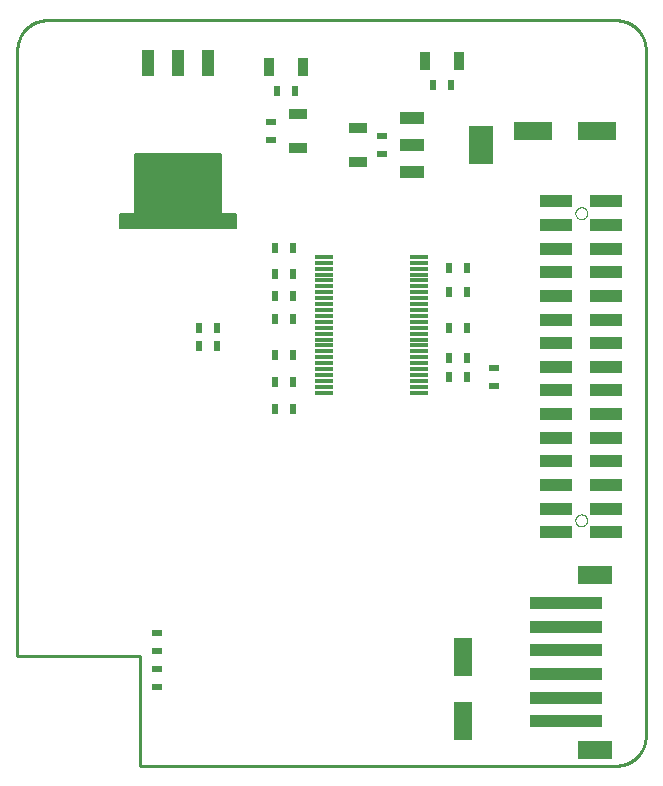
<source format=gtp>
G75*
%MOIN*%
%OFA0B0*%
%FSLAX25Y25*%
%IPPOS*%
%LPD*%
%AMOC8*
5,1,8,0,0,1.08239X$1,22.5*
%
%ADD10C,0.01000*%
%ADD11R,0.02362X0.03543*%
%ADD12R,0.06299X0.03543*%
%ADD13R,0.03543X0.06299*%
%ADD14R,0.03543X0.02362*%
%ADD15R,0.10827X0.03937*%
%ADD16C,0.00000*%
%ADD17R,0.24409X0.03937*%
%ADD18R,0.11811X0.06299*%
%ADD19R,0.05906X0.01181*%
%ADD20R,0.07874X0.04331*%
%ADD21R,0.07874X0.12992*%
%ADD22R,0.12598X0.06299*%
%ADD23R,0.06299X0.12598*%
%ADD24R,0.04200X0.08500*%
%ADD25C,0.00500*%
D10*
X0001500Y0038000D02*
X0042500Y0038000D01*
X0042500Y0001500D01*
X0201000Y0001500D01*
X0201242Y0001503D01*
X0201483Y0001512D01*
X0201724Y0001526D01*
X0201965Y0001547D01*
X0202205Y0001573D01*
X0202445Y0001605D01*
X0202684Y0001643D01*
X0202921Y0001686D01*
X0203158Y0001736D01*
X0203393Y0001791D01*
X0203627Y0001851D01*
X0203859Y0001918D01*
X0204090Y0001989D01*
X0204319Y0002067D01*
X0204546Y0002150D01*
X0204771Y0002238D01*
X0204994Y0002332D01*
X0205214Y0002431D01*
X0205432Y0002536D01*
X0205647Y0002645D01*
X0205860Y0002760D01*
X0206070Y0002880D01*
X0206276Y0003005D01*
X0206480Y0003135D01*
X0206681Y0003270D01*
X0206878Y0003410D01*
X0207072Y0003554D01*
X0207262Y0003703D01*
X0207448Y0003857D01*
X0207631Y0004015D01*
X0207810Y0004177D01*
X0207985Y0004344D01*
X0208156Y0004515D01*
X0208323Y0004690D01*
X0208485Y0004869D01*
X0208643Y0005052D01*
X0208797Y0005238D01*
X0208946Y0005428D01*
X0209090Y0005622D01*
X0209230Y0005819D01*
X0209365Y0006020D01*
X0209495Y0006224D01*
X0209620Y0006430D01*
X0209740Y0006640D01*
X0209855Y0006853D01*
X0209964Y0007068D01*
X0210069Y0007286D01*
X0210168Y0007506D01*
X0210262Y0007729D01*
X0210350Y0007954D01*
X0210433Y0008181D01*
X0210511Y0008410D01*
X0210582Y0008641D01*
X0210649Y0008873D01*
X0210709Y0009107D01*
X0210764Y0009342D01*
X0210814Y0009579D01*
X0210857Y0009816D01*
X0210895Y0010055D01*
X0210927Y0010295D01*
X0210953Y0010535D01*
X0210974Y0010776D01*
X0210988Y0011017D01*
X0210997Y0011258D01*
X0211000Y0011500D01*
X0211000Y0240000D01*
X0210997Y0240242D01*
X0210988Y0240483D01*
X0210974Y0240724D01*
X0210953Y0240965D01*
X0210927Y0241205D01*
X0210895Y0241445D01*
X0210857Y0241684D01*
X0210814Y0241921D01*
X0210764Y0242158D01*
X0210709Y0242393D01*
X0210649Y0242627D01*
X0210582Y0242859D01*
X0210511Y0243090D01*
X0210433Y0243319D01*
X0210350Y0243546D01*
X0210262Y0243771D01*
X0210168Y0243994D01*
X0210069Y0244214D01*
X0209964Y0244432D01*
X0209855Y0244647D01*
X0209740Y0244860D01*
X0209620Y0245070D01*
X0209495Y0245276D01*
X0209365Y0245480D01*
X0209230Y0245681D01*
X0209090Y0245878D01*
X0208946Y0246072D01*
X0208797Y0246262D01*
X0208643Y0246448D01*
X0208485Y0246631D01*
X0208323Y0246810D01*
X0208156Y0246985D01*
X0207985Y0247156D01*
X0207810Y0247323D01*
X0207631Y0247485D01*
X0207448Y0247643D01*
X0207262Y0247797D01*
X0207072Y0247946D01*
X0206878Y0248090D01*
X0206681Y0248230D01*
X0206480Y0248365D01*
X0206276Y0248495D01*
X0206070Y0248620D01*
X0205860Y0248740D01*
X0205647Y0248855D01*
X0205432Y0248964D01*
X0205214Y0249069D01*
X0204994Y0249168D01*
X0204771Y0249262D01*
X0204546Y0249350D01*
X0204319Y0249433D01*
X0204090Y0249511D01*
X0203859Y0249582D01*
X0203627Y0249649D01*
X0203393Y0249709D01*
X0203158Y0249764D01*
X0202921Y0249814D01*
X0202684Y0249857D01*
X0202445Y0249895D01*
X0202205Y0249927D01*
X0201965Y0249953D01*
X0201724Y0249974D01*
X0201483Y0249988D01*
X0201242Y0249997D01*
X0201000Y0250000D01*
X0011500Y0250000D01*
X0011258Y0249997D01*
X0011017Y0249988D01*
X0010776Y0249974D01*
X0010535Y0249953D01*
X0010295Y0249927D01*
X0010055Y0249895D01*
X0009816Y0249857D01*
X0009579Y0249814D01*
X0009342Y0249764D01*
X0009107Y0249709D01*
X0008873Y0249649D01*
X0008641Y0249582D01*
X0008410Y0249511D01*
X0008181Y0249433D01*
X0007954Y0249350D01*
X0007729Y0249262D01*
X0007506Y0249168D01*
X0007286Y0249069D01*
X0007068Y0248964D01*
X0006853Y0248855D01*
X0006640Y0248740D01*
X0006430Y0248620D01*
X0006224Y0248495D01*
X0006020Y0248365D01*
X0005819Y0248230D01*
X0005622Y0248090D01*
X0005428Y0247946D01*
X0005238Y0247797D01*
X0005052Y0247643D01*
X0004869Y0247485D01*
X0004690Y0247323D01*
X0004515Y0247156D01*
X0004344Y0246985D01*
X0004177Y0246810D01*
X0004015Y0246631D01*
X0003857Y0246448D01*
X0003703Y0246262D01*
X0003554Y0246072D01*
X0003410Y0245878D01*
X0003270Y0245681D01*
X0003135Y0245480D01*
X0003005Y0245276D01*
X0002880Y0245070D01*
X0002760Y0244860D01*
X0002645Y0244647D01*
X0002536Y0244432D01*
X0002431Y0244214D01*
X0002332Y0243994D01*
X0002238Y0243771D01*
X0002150Y0243546D01*
X0002067Y0243319D01*
X0001989Y0243090D01*
X0001918Y0242859D01*
X0001851Y0242627D01*
X0001791Y0242393D01*
X0001736Y0242158D01*
X0001686Y0241921D01*
X0001643Y0241684D01*
X0001605Y0241445D01*
X0001573Y0241205D01*
X0001547Y0240965D01*
X0001526Y0240724D01*
X0001512Y0240483D01*
X0001503Y0240242D01*
X0001500Y0240000D01*
X0001500Y0038000D01*
D11*
X0087547Y0120500D03*
X0093453Y0120500D03*
X0093453Y0129500D03*
X0087547Y0129500D03*
X0087547Y0138500D03*
X0093453Y0138500D03*
X0093453Y0150500D03*
X0087547Y0150500D03*
X0087547Y0158000D03*
X0093453Y0158000D03*
X0093453Y0165500D03*
X0087547Y0165500D03*
X0087547Y0174200D03*
X0093453Y0174200D03*
X0067953Y0147500D03*
X0062047Y0147500D03*
X0062047Y0141500D03*
X0067953Y0141500D03*
X0088047Y0226500D03*
X0093953Y0226500D03*
X0140047Y0228500D03*
X0145953Y0228500D03*
X0145547Y0167500D03*
X0151453Y0167500D03*
X0151453Y0159500D03*
X0145547Y0159500D03*
X0145547Y0147500D03*
X0151453Y0147500D03*
X0151453Y0137500D03*
X0151453Y0131000D03*
X0145547Y0131000D03*
X0145547Y0137500D03*
D12*
X0115000Y0202791D03*
X0115000Y0214209D03*
X0095000Y0218709D03*
X0095000Y0207291D03*
D13*
X0096709Y0234500D03*
X0085291Y0234500D03*
X0137291Y0236500D03*
X0148709Y0236500D03*
D14*
X0123000Y0211453D03*
X0123000Y0205547D03*
X0086000Y0210047D03*
X0086000Y0215953D03*
X0160500Y0133953D03*
X0160500Y0128047D03*
X0048200Y0045753D03*
X0048200Y0039847D03*
X0048200Y0033753D03*
X0048200Y0027847D03*
D15*
X0181134Y0079382D03*
X0181134Y0087256D03*
X0181134Y0095130D03*
X0181134Y0103004D03*
X0181134Y0110878D03*
X0181134Y0118752D03*
X0181134Y0126626D03*
X0181134Y0134500D03*
X0181134Y0142374D03*
X0181134Y0150248D03*
X0181134Y0158122D03*
X0181134Y0165996D03*
X0181134Y0173870D03*
X0181134Y0181744D03*
X0181134Y0189618D03*
X0197866Y0189618D03*
X0197866Y0181744D03*
X0197866Y0173870D03*
X0197866Y0165996D03*
X0197866Y0158122D03*
X0197866Y0150248D03*
X0197866Y0142374D03*
X0197866Y0134500D03*
X0197866Y0126626D03*
X0197866Y0118752D03*
X0197866Y0110878D03*
X0197866Y0103004D03*
X0197866Y0095130D03*
X0197866Y0087256D03*
X0197866Y0079382D03*
D16*
X0187531Y0083319D02*
X0187533Y0083407D01*
X0187539Y0083495D01*
X0187549Y0083583D01*
X0187563Y0083671D01*
X0187580Y0083757D01*
X0187602Y0083843D01*
X0187627Y0083927D01*
X0187657Y0084011D01*
X0187689Y0084093D01*
X0187726Y0084173D01*
X0187766Y0084252D01*
X0187810Y0084329D01*
X0187857Y0084404D01*
X0187907Y0084476D01*
X0187961Y0084547D01*
X0188017Y0084614D01*
X0188077Y0084680D01*
X0188139Y0084742D01*
X0188205Y0084802D01*
X0188272Y0084858D01*
X0188343Y0084912D01*
X0188415Y0084962D01*
X0188490Y0085009D01*
X0188567Y0085053D01*
X0188646Y0085093D01*
X0188726Y0085130D01*
X0188808Y0085162D01*
X0188892Y0085192D01*
X0188976Y0085217D01*
X0189062Y0085239D01*
X0189148Y0085256D01*
X0189236Y0085270D01*
X0189324Y0085280D01*
X0189412Y0085286D01*
X0189500Y0085288D01*
X0189588Y0085286D01*
X0189676Y0085280D01*
X0189764Y0085270D01*
X0189852Y0085256D01*
X0189938Y0085239D01*
X0190024Y0085217D01*
X0190108Y0085192D01*
X0190192Y0085162D01*
X0190274Y0085130D01*
X0190354Y0085093D01*
X0190433Y0085053D01*
X0190510Y0085009D01*
X0190585Y0084962D01*
X0190657Y0084912D01*
X0190728Y0084858D01*
X0190795Y0084802D01*
X0190861Y0084742D01*
X0190923Y0084680D01*
X0190983Y0084614D01*
X0191039Y0084547D01*
X0191093Y0084476D01*
X0191143Y0084404D01*
X0191190Y0084329D01*
X0191234Y0084252D01*
X0191274Y0084173D01*
X0191311Y0084093D01*
X0191343Y0084011D01*
X0191373Y0083927D01*
X0191398Y0083843D01*
X0191420Y0083757D01*
X0191437Y0083671D01*
X0191451Y0083583D01*
X0191461Y0083495D01*
X0191467Y0083407D01*
X0191469Y0083319D01*
X0191467Y0083231D01*
X0191461Y0083143D01*
X0191451Y0083055D01*
X0191437Y0082967D01*
X0191420Y0082881D01*
X0191398Y0082795D01*
X0191373Y0082711D01*
X0191343Y0082627D01*
X0191311Y0082545D01*
X0191274Y0082465D01*
X0191234Y0082386D01*
X0191190Y0082309D01*
X0191143Y0082234D01*
X0191093Y0082162D01*
X0191039Y0082091D01*
X0190983Y0082024D01*
X0190923Y0081958D01*
X0190861Y0081896D01*
X0190795Y0081836D01*
X0190728Y0081780D01*
X0190657Y0081726D01*
X0190585Y0081676D01*
X0190510Y0081629D01*
X0190433Y0081585D01*
X0190354Y0081545D01*
X0190274Y0081508D01*
X0190192Y0081476D01*
X0190108Y0081446D01*
X0190024Y0081421D01*
X0189938Y0081399D01*
X0189852Y0081382D01*
X0189764Y0081368D01*
X0189676Y0081358D01*
X0189588Y0081352D01*
X0189500Y0081350D01*
X0189412Y0081352D01*
X0189324Y0081358D01*
X0189236Y0081368D01*
X0189148Y0081382D01*
X0189062Y0081399D01*
X0188976Y0081421D01*
X0188892Y0081446D01*
X0188808Y0081476D01*
X0188726Y0081508D01*
X0188646Y0081545D01*
X0188567Y0081585D01*
X0188490Y0081629D01*
X0188415Y0081676D01*
X0188343Y0081726D01*
X0188272Y0081780D01*
X0188205Y0081836D01*
X0188139Y0081896D01*
X0188077Y0081958D01*
X0188017Y0082024D01*
X0187961Y0082091D01*
X0187907Y0082162D01*
X0187857Y0082234D01*
X0187810Y0082309D01*
X0187766Y0082386D01*
X0187726Y0082465D01*
X0187689Y0082545D01*
X0187657Y0082627D01*
X0187627Y0082711D01*
X0187602Y0082795D01*
X0187580Y0082881D01*
X0187563Y0082967D01*
X0187549Y0083055D01*
X0187539Y0083143D01*
X0187533Y0083231D01*
X0187531Y0083319D01*
X0187531Y0185681D02*
X0187533Y0185769D01*
X0187539Y0185857D01*
X0187549Y0185945D01*
X0187563Y0186033D01*
X0187580Y0186119D01*
X0187602Y0186205D01*
X0187627Y0186289D01*
X0187657Y0186373D01*
X0187689Y0186455D01*
X0187726Y0186535D01*
X0187766Y0186614D01*
X0187810Y0186691D01*
X0187857Y0186766D01*
X0187907Y0186838D01*
X0187961Y0186909D01*
X0188017Y0186976D01*
X0188077Y0187042D01*
X0188139Y0187104D01*
X0188205Y0187164D01*
X0188272Y0187220D01*
X0188343Y0187274D01*
X0188415Y0187324D01*
X0188490Y0187371D01*
X0188567Y0187415D01*
X0188646Y0187455D01*
X0188726Y0187492D01*
X0188808Y0187524D01*
X0188892Y0187554D01*
X0188976Y0187579D01*
X0189062Y0187601D01*
X0189148Y0187618D01*
X0189236Y0187632D01*
X0189324Y0187642D01*
X0189412Y0187648D01*
X0189500Y0187650D01*
X0189588Y0187648D01*
X0189676Y0187642D01*
X0189764Y0187632D01*
X0189852Y0187618D01*
X0189938Y0187601D01*
X0190024Y0187579D01*
X0190108Y0187554D01*
X0190192Y0187524D01*
X0190274Y0187492D01*
X0190354Y0187455D01*
X0190433Y0187415D01*
X0190510Y0187371D01*
X0190585Y0187324D01*
X0190657Y0187274D01*
X0190728Y0187220D01*
X0190795Y0187164D01*
X0190861Y0187104D01*
X0190923Y0187042D01*
X0190983Y0186976D01*
X0191039Y0186909D01*
X0191093Y0186838D01*
X0191143Y0186766D01*
X0191190Y0186691D01*
X0191234Y0186614D01*
X0191274Y0186535D01*
X0191311Y0186455D01*
X0191343Y0186373D01*
X0191373Y0186289D01*
X0191398Y0186205D01*
X0191420Y0186119D01*
X0191437Y0186033D01*
X0191451Y0185945D01*
X0191461Y0185857D01*
X0191467Y0185769D01*
X0191469Y0185681D01*
X0191467Y0185593D01*
X0191461Y0185505D01*
X0191451Y0185417D01*
X0191437Y0185329D01*
X0191420Y0185243D01*
X0191398Y0185157D01*
X0191373Y0185073D01*
X0191343Y0184989D01*
X0191311Y0184907D01*
X0191274Y0184827D01*
X0191234Y0184748D01*
X0191190Y0184671D01*
X0191143Y0184596D01*
X0191093Y0184524D01*
X0191039Y0184453D01*
X0190983Y0184386D01*
X0190923Y0184320D01*
X0190861Y0184258D01*
X0190795Y0184198D01*
X0190728Y0184142D01*
X0190657Y0184088D01*
X0190585Y0184038D01*
X0190510Y0183991D01*
X0190433Y0183947D01*
X0190354Y0183907D01*
X0190274Y0183870D01*
X0190192Y0183838D01*
X0190108Y0183808D01*
X0190024Y0183783D01*
X0189938Y0183761D01*
X0189852Y0183744D01*
X0189764Y0183730D01*
X0189676Y0183720D01*
X0189588Y0183714D01*
X0189500Y0183712D01*
X0189412Y0183714D01*
X0189324Y0183720D01*
X0189236Y0183730D01*
X0189148Y0183744D01*
X0189062Y0183761D01*
X0188976Y0183783D01*
X0188892Y0183808D01*
X0188808Y0183838D01*
X0188726Y0183870D01*
X0188646Y0183907D01*
X0188567Y0183947D01*
X0188490Y0183991D01*
X0188415Y0184038D01*
X0188343Y0184088D01*
X0188272Y0184142D01*
X0188205Y0184198D01*
X0188139Y0184258D01*
X0188077Y0184320D01*
X0188017Y0184386D01*
X0187961Y0184453D01*
X0187907Y0184524D01*
X0187857Y0184596D01*
X0187810Y0184671D01*
X0187766Y0184748D01*
X0187726Y0184827D01*
X0187689Y0184907D01*
X0187657Y0184989D01*
X0187627Y0185073D01*
X0187602Y0185157D01*
X0187580Y0185243D01*
X0187563Y0185329D01*
X0187549Y0185417D01*
X0187539Y0185505D01*
X0187533Y0185593D01*
X0187531Y0185681D01*
D17*
X0184500Y0055685D03*
X0184500Y0047811D03*
X0184500Y0039937D03*
X0184500Y0032063D03*
X0184500Y0024189D03*
X0184500Y0016315D03*
D18*
X0193949Y0006866D03*
X0193949Y0065134D03*
D19*
X0135248Y0125862D03*
X0135248Y0127831D03*
X0135248Y0129799D03*
X0135248Y0131768D03*
X0135248Y0133736D03*
X0135248Y0135705D03*
X0135248Y0137673D03*
X0135248Y0139642D03*
X0135248Y0141610D03*
X0135248Y0143579D03*
X0135248Y0145547D03*
X0135248Y0147516D03*
X0135248Y0149484D03*
X0135248Y0151453D03*
X0135248Y0153421D03*
X0135248Y0155390D03*
X0135248Y0157358D03*
X0135248Y0159327D03*
X0135248Y0161295D03*
X0135248Y0163264D03*
X0135248Y0165232D03*
X0135248Y0167201D03*
X0135248Y0169169D03*
X0135248Y0171138D03*
X0103752Y0171138D03*
X0103752Y0169169D03*
X0103752Y0167201D03*
X0103752Y0165232D03*
X0103752Y0163264D03*
X0103752Y0161295D03*
X0103752Y0159327D03*
X0103752Y0157358D03*
X0103752Y0155390D03*
X0103752Y0153421D03*
X0103752Y0151453D03*
X0103752Y0149484D03*
X0103752Y0147516D03*
X0103752Y0145547D03*
X0103752Y0143579D03*
X0103752Y0141610D03*
X0103752Y0139642D03*
X0103752Y0137673D03*
X0103752Y0135705D03*
X0103752Y0133736D03*
X0103752Y0131768D03*
X0103752Y0129799D03*
X0103752Y0127831D03*
X0103752Y0125862D03*
D20*
X0133000Y0199445D03*
X0133000Y0208500D03*
X0133000Y0217555D03*
D21*
X0156228Y0208500D03*
D22*
X0173370Y0213000D03*
X0194630Y0213000D03*
D23*
X0150000Y0037630D03*
X0150000Y0016370D03*
D24*
X0065000Y0235600D03*
X0055000Y0235600D03*
X0045000Y0235600D03*
D25*
X0040600Y0205300D02*
X0040600Y0185300D01*
X0035750Y0185300D01*
X0035750Y0180800D01*
X0074250Y0180800D01*
X0074250Y0185300D01*
X0069400Y0185300D01*
X0069400Y0205300D01*
X0040600Y0205300D01*
X0040600Y0204893D02*
X0069400Y0204893D01*
X0069400Y0204394D02*
X0040600Y0204394D01*
X0040600Y0203896D02*
X0069400Y0203896D01*
X0069400Y0203397D02*
X0040600Y0203397D01*
X0040600Y0202899D02*
X0069400Y0202899D01*
X0069400Y0202400D02*
X0040600Y0202400D01*
X0040600Y0201902D02*
X0069400Y0201902D01*
X0069400Y0201403D02*
X0040600Y0201403D01*
X0040600Y0200905D02*
X0069400Y0200905D01*
X0069400Y0200406D02*
X0040600Y0200406D01*
X0040600Y0199908D02*
X0069400Y0199908D01*
X0069400Y0199409D02*
X0040600Y0199409D01*
X0040600Y0198910D02*
X0069400Y0198910D01*
X0069400Y0198412D02*
X0040600Y0198412D01*
X0040600Y0197913D02*
X0069400Y0197913D01*
X0069400Y0197415D02*
X0040600Y0197415D01*
X0040600Y0196916D02*
X0069400Y0196916D01*
X0069400Y0196418D02*
X0040600Y0196418D01*
X0040600Y0195919D02*
X0069400Y0195919D01*
X0069400Y0195421D02*
X0040600Y0195421D01*
X0040600Y0194922D02*
X0069400Y0194922D01*
X0069400Y0194424D02*
X0040600Y0194424D01*
X0040600Y0193925D02*
X0069400Y0193925D01*
X0069400Y0193427D02*
X0040600Y0193427D01*
X0040600Y0192928D02*
X0069400Y0192928D01*
X0069400Y0192430D02*
X0040600Y0192430D01*
X0040600Y0191931D02*
X0069400Y0191931D01*
X0069400Y0191433D02*
X0040600Y0191433D01*
X0040600Y0190934D02*
X0069400Y0190934D01*
X0069400Y0190436D02*
X0040600Y0190436D01*
X0040600Y0189937D02*
X0069400Y0189937D01*
X0069400Y0189439D02*
X0040600Y0189439D01*
X0040600Y0188940D02*
X0069400Y0188940D01*
X0069400Y0188442D02*
X0040600Y0188442D01*
X0040600Y0187943D02*
X0069400Y0187943D01*
X0069400Y0187445D02*
X0040600Y0187445D01*
X0040600Y0186946D02*
X0069400Y0186946D01*
X0069400Y0186448D02*
X0040600Y0186448D01*
X0040600Y0185949D02*
X0069400Y0185949D01*
X0069400Y0185451D02*
X0040600Y0185451D01*
X0035750Y0184952D02*
X0074250Y0184952D01*
X0074250Y0184454D02*
X0035750Y0184454D01*
X0035750Y0183955D02*
X0074250Y0183955D01*
X0074250Y0183457D02*
X0035750Y0183457D01*
X0035750Y0182958D02*
X0074250Y0182958D01*
X0074250Y0182460D02*
X0035750Y0182460D01*
X0035750Y0181961D02*
X0074250Y0181961D01*
X0074250Y0181463D02*
X0035750Y0181463D01*
X0035750Y0180964D02*
X0074250Y0180964D01*
M02*

</source>
